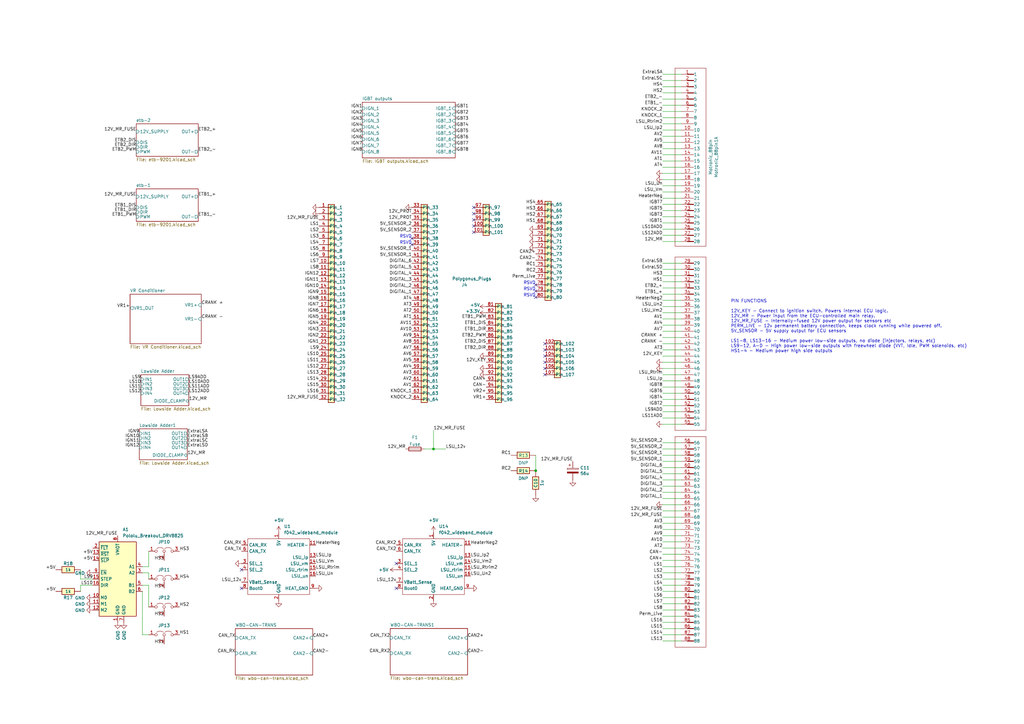
<source format=kicad_sch>
(kicad_sch (version 20230121) (generator eeschema)
  (paper "A3")
  (title_block (title "Polygonus Universal 88p") (date "2023-11-12") (rev "v1.0") (company "FutureProofPerformance.com"))
  (junction (at 219.71 193.04))
  (junction (at 177.8 184.15))
  (no_connect (at 223.52 140.97))
  (no_connect (at 162.56 241.3))
  (no_connect (at 168.91 97.79))
  (no_connect (at 194.31 95.25))
  (no_connect (at 223.52 148.59))
  (no_connect (at 194.31 87.63))
  (no_connect (at 194.31 90.17))
  (no_connect (at 162.56 231.14))
  (no_connect (at 99.06 233.68))
  (no_connect (at 223.52 143.51))
  (no_connect (at 168.91 100.33))
  (no_connect (at 194.31 92.71))
  (no_connect (at 99.06 241.3))
  (no_connect (at 223.52 153.67))
  (no_connect (at 223.52 146.05))
  (no_connect (at 223.52 151.13))
  (no_connect (at 194.31 85.09))
  (no_connect (at 219.71 116.84))
  (no_connect (at 219.71 119.38))
  (no_connect (at 219.71 121.92))
  (wire (pts (xy 271.78 184.15) (xy 279.4 184.15)))
  (wire (pts (xy 177.8 176.53) (xy 177.8 184.15)))
  (wire (pts (xy 279.4 173.99) (xy 271.78 173.99)))
  (wire (pts (xy 182.88 184.15) (xy 177.8 184.15)))
  (wire (pts (xy 271.78 245.11) (xy 279.4 245.11)))
  (wire (pts (xy 279.4 71.12) (xy 271.78 71.12)))
  (wire (pts (xy 279.4 135.89) (xy 271.78 135.89)))
  (wire (pts (xy 271.78 158.75) (xy 279.4 158.75)))
  (wire (pts (xy 279.4 133.35) (xy 271.78 133.35)))
  (wire (pts (xy 271.78 138.43) (xy 279.4 138.43)))
  (wire (pts (xy 271.78 207.01) (xy 279.4 207.01)))
  (wire (pts (xy 271.78 130.81) (xy 279.4 130.81)))
  (wire (pts (xy 271.78 60.96) (xy 279.4 60.96)))
  (wire (pts (xy 279.4 48.26) (xy 271.78 48.26)))
  (wire (pts (xy 271.78 163.83) (xy 279.4 163.83)))
  (wire (pts (xy 279.4 227.33) (xy 271.78 227.33)))
  (wire (pts (xy 279.4 237.49) (xy 271.78 237.49)))
  (wire (pts (xy 279.4 247.65) (xy 271.78 247.65)))
  (wire (pts (xy 271.78 73.66) (xy 279.4 73.66)))
  (wire (pts (xy 279.4 151.13) (xy 271.78 151.13)))
  (wire (pts (xy 60.96 240.03) (xy 60.96 248.92)))
  (wire (pts (xy 271.78 83.82) (xy 279.4 83.82)))
  (wire (pts (xy 271.78 234.95) (xy 279.4 234.95)))
  (wire (pts (xy 279.4 222.25) (xy 271.78 222.25)))
  (wire (pts (xy 60.96 234.95) (xy 60.96 237.49)))
  (wire (pts (xy 279.4 63.5) (xy 271.78 63.5)))
  (wire (pts (xy 271.78 153.67) (xy 279.4 153.67)))
  (wire (pts (xy 279.4 161.29) (xy 271.78 161.29)))
  (wire (pts (xy 271.78 55.88) (xy 279.4 55.88)))
  (wire (pts (xy 271.78 214.63) (xy 279.4 214.63)))
  (wire (pts (xy 271.78 229.87) (xy 279.4 229.87)))
  (wire (pts (xy 60.96 232.41) (xy 60.96 226.06)))
  (wire (pts (xy 279.4 242.57) (xy 271.78 242.57)))
  (wire (pts (xy 60.96 232.41) (xy 58.42 232.41)))
  (wire (pts (xy 33.02 240.03) (xy 33.02 242.57)))
  (wire (pts (xy 177.8 184.15) (xy 173.99 184.15)))
  (wire (pts (xy 271.78 224.79) (xy 279.4 224.79)))
  (wire (pts (xy 219.71 186.69) (xy 219.71 193.04)))
  (wire (pts (xy 271.78 68.58) (xy 279.4 68.58)))
  (wire (pts (xy 279.4 257.81) (xy 271.78 257.81)))
  (wire (pts (xy 279.4 96.52) (xy 271.78 96.52)))
  (wire (pts (xy 271.78 93.98) (xy 279.4 93.98)))
  (wire (pts (xy 279.4 113.03) (xy 271.78 113.03)))
  (wire (pts (xy 271.78 40.64) (xy 279.4 40.64)))
  (wire (pts (xy 271.78 88.9) (xy 279.4 88.9)))
  (wire (pts (xy 279.4 252.73) (xy 271.78 252.73)))
  (wire (pts (xy 271.78 201.93) (xy 279.4 201.93)))
  (wire (pts (xy 279.4 86.36) (xy 271.78 86.36)))
  (wire (pts (xy 271.78 38.1) (xy 279.4 38.1)))
  (wire (pts (xy 271.78 171.45) (xy 279.4 171.45)))
  (wire (pts (xy 279.4 146.05) (xy 271.78 146.05)))
  (wire (pts (xy 271.78 168.91) (xy 279.4 168.91)))
  (wire (pts (xy 271.78 219.71) (xy 279.4 219.71)))
  (wire (pts (xy 279.4 53.34) (xy 271.78 53.34)))
  (wire (pts (xy 279.4 91.44) (xy 271.78 91.44)))
  (wire (pts (xy 271.78 30.48) (xy 279.4 30.48)))
  (wire (pts (xy 279.4 123.19) (xy 271.78 123.19)))
  (wire (pts (xy 58.42 240.03) (xy 60.96 240.03)))
  (wire (pts (xy 271.78 240.03) (xy 279.4 240.03)))
  (wire (pts (xy 33.02 240.03) (xy 38.1 240.03)))
  (wire (pts (xy 271.78 45.72) (xy 279.4 45.72)))
  (wire (pts (xy 279.4 118.11) (xy 271.78 118.11)))
  (wire (pts (xy 271.78 148.59) (xy 279.4 148.59)))
  (wire (pts (xy 33.02 233.68) (xy 33.02 237.49)))
  (wire (pts (xy 279.4 262.89) (xy 271.78 262.89)))
  (wire (pts (xy 271.78 120.65) (xy 279.4 120.65)))
  (wire (pts (xy 279.4 156.21) (xy 271.78 156.21)))
  (wire (pts (xy 271.78 191.77) (xy 279.4 191.77)))
  (wire (pts (xy 271.78 35.56) (xy 279.4 35.56)))
  (wire (pts (xy 33.02 237.49) (xy 38.1 237.49)))
  (wire (pts (xy 271.78 255.27) (xy 279.4 255.27)))
  (wire (pts (xy 271.78 107.95) (xy 279.4 107.95)))
  (wire (pts (xy 271.78 181.61) (xy 279.4 181.61)))
  (wire (pts (xy 279.4 204.47) (xy 271.78 204.47)))
  (wire (pts (xy 279.4 217.17) (xy 271.78 217.17)))
  (wire (pts (xy 271.78 260.35) (xy 279.4 260.35)))
  (wire (pts (xy 279.4 58.42) (xy 271.78 58.42)))
  (wire (pts (xy 279.4 212.09) (xy 271.78 212.09)))
  (wire (pts (xy 271.78 50.8) (xy 279.4 50.8)))
  (wire (pts (xy 271.78 125.73) (xy 279.4 125.73)))
  (wire (pts (xy 271.78 196.85) (xy 279.4 196.85)))
  (wire (pts (xy 279.4 128.27) (xy 271.78 128.27)))
  (wire (pts (xy 279.4 209.55) (xy 271.78 209.55)))
  (wire (pts (xy 271.78 78.74) (xy 279.4 78.74)))
  (wire (pts (xy 279.4 66.04) (xy 271.78 66.04)))
  (wire (pts (xy 279.4 43.18) (xy 271.78 43.18)))
  (wire (pts (xy 271.78 33.02) (xy 279.4 33.02)))
  (wire (pts (xy 279.4 81.28) (xy 271.78 81.28)))
  (wire (pts (xy 271.78 250.19) (xy 279.4 250.19)))
  (wire (pts (xy 279.4 189.23) (xy 271.78 189.23)))
  (wire (pts (xy 279.4 199.39) (xy 271.78 199.39)))
  (wire (pts (xy 271.78 115.57) (xy 279.4 115.57)))
  (wire (pts (xy 279.4 194.31) (xy 271.78 194.31)))
  (wire (pts (xy 58.42 242.57) (xy 58.42 260.35)))
  (wire (pts (xy 271.78 186.69) (xy 279.4 186.69)))
  (wire (pts (xy 279.4 232.41) (xy 271.78 232.41)))
  (wire (pts (xy 279.4 140.97) (xy 271.78 140.97)))
  (wire (pts (xy 279.4 166.37) (xy 271.78 166.37)))
  (wire (pts (xy 58.42 260.35) (xy 60.96 260.35)))
  (wire (pts (xy 271.78 143.51) (xy 279.4 143.51)))
  (wire (pts (xy 271.78 110.49) (xy 279.4 110.49)))
  (wire (pts (xy 271.78 99.06) (xy 279.4 99.06)))
  (wire (pts (xy 58.42 234.95) (xy 60.96 234.95)))
  (wire (pts (xy 279.4 76.2) (xy 271.78 76.2)))
  (text "PIN FUNCTIONS\n\n12V_KEY - Connect to ignition switch. Powers internal ECU logic.\n12V_MR - Power input from the ECU-controlled main relay.\n12V_MR_FUSE - Internally-fused 12V power output for sensors etc\nPERM_LIVE - 12v permanent battery connection, keeps clock running while powered off.\n5V_SENSOR - 5V supply output for ECU sensors\n\nLS1-8, LS13-16 - Medium power low-side outputs, no diode (injectors, relays, etc)\nLS9-12, A-D - High power low-side outputs with freewheel diode (VVT, Idle, PWM solenoids, etc)\nHS1-4 - Medium power high side outputs" (at 299.72 144.78 0) (effects (font (size 1.27 1.27)) (justify left bottom)))
  (text "RSVD" (at 168.91 97.79 0) (effects (font (size 1.27 1.27)) (justify right bottom)))
  (text "RSVD" (at 219.71 121.92 0) (effects (font (size 1.27 1.27)) (justify right bottom)))
  (text "RSVD" (at 219.71 119.38 0) (effects (font (size 1.27 1.27)) (justify right bottom)))
  (text "RSVD" (at 219.71 116.84 0) (effects (font (size 1.27 1.27)) (justify right bottom)))
  (text "RSVD" (at 168.91 100.33 0) (effects (font (size 1.27 1.27)) (justify right bottom)))
  (label "HS2" (at 73.66 248.92 0))
  (label "AT3" (at 271.78 143.51 180))
  (label "CAN_RX" (at 96.52 267.97 180))
  (label "CAN_TX" (at 96.52 261.62 180))
  (label "ETB1_-" (at 81.28 88.9 0))
  (label "AT2" (at 271.78 224.79 180))
  (label "LSU_Un" (at 129.54 236.22 0))
  (label "HS3" (at 219.71 86.36 180))
  (label "LS14" (at 130.81 156.21 180))
  (label "IGBT3" (at 271.78 88.9 180))
  (label "Perm_Live" (at 219.71 114.3 180))
  (label "LSU_Ip" (at 129.54 228.6 0))
  (label "CAN+" (at 199.39 156.21 180))
  (label "IGBT4" (at 271.78 163.83 180))
  (label "AV10" (at 168.91 135.89 180))
  (label "IGN9" (at 130.81 120.65 180))
  (label "AV2" (at 168.91 156.21 180))
  (label "HeaterNeg" (at 129.54 223.52 0))
  (label "ETB2_-" (at 81.28 62.23 0))
  (label "LSU_Rtrim2" (at 193.04 233.68 0))
  (label "12V_MR_FUSE" (at 271.78 209.55 180))
  (label "CAN-" (at 271.78 227.33 180))
  (label "HS4" (at 67.31 241.3 180))
  (label "LS7" (at 130.81 107.95 180))
  (label "LS16" (at 130.81 161.29 180))
  (label "HS3" (at 73.66 226.06 0))
  (label "LSU_Un2" (at 271.78 125.73 180))
  (label "AV5" (at 271.78 58.42 180))
  (label "IGN12" (at 57.15 183.515 180))
  (label "ETB2_-" (at 271.78 40.64 180))
  (label "LS4" (at 271.78 240.03 180))
  (label "CAN_TX2" (at 160.02 261.5873 180))
  (label "HS1" (at 67.31 264.16 180))
  (label "IGBT6" (at 271.78 161.29 180))
  (label "LS2" (at 271.78 234.95 180))
  (label "LS3" (at 271.78 237.49 180))
  (label "LS11" (at 57.785 159.385 180))
  (label "DIGITAL_4" (at 271.78 196.85 180))
  (label "ExtraLSB" (at 76.835 179.705 0))
  (label "IGBT2" (at 186.69 46.99 0))
  (label "LSU_Rtrim" (at 129.54 233.68 0))
  (label "IGBT2" (at 271.78 166.37 180))
  (label "ETB2_DIR" (at 55.88 60.325 180))
  (label "CRANK +" (at 271.78 138.43 180) (effects (font italic)))
  (label "DIGITAL_1" (at 271.78 204.47 180))
  (label "LS15" (at 130.81 158.75 180))
  (label "HS1" (at 219.71 91.44 180))
  (label "AV6" (at 168.91 146.05 180))
  (label "AV4" (at 271.78 133.35 180))
  (label "ETB1_PWM" (at 55.88 88.9 180))
  (label "CRANK +" (at 82.55 125.095 0) (effects (font italic)))
  (label "CAN-" (at 199.39 158.75 180))
  (label "ExtraLSB" (at 271.78 107.95 180))
  (label "5V_SENSOR_1" (at 271.78 189.23 180))
  (label "LS9" (at 130.81 143.51 180))
  (label "RC2" (at 209.55 193.04 180))
  (label "ETB2_+" (at 81.28 53.975 0))
  (label "CAN2-" (at 128.27 267.97 0))
  (label "12V_MR" (at 166.37 184.15 180))
  (label "HeaterNeg2" (at 193.04 223.52 0))
  (label "LS8" (at 271.78 250.19 180))
  (label "LS15" (at 271.78 257.81 180))
  (label "IGN8" (at 130.81 123.19 180))
  (label "12V_MR_FUSE" (at 55.88 53.975 180))
  (label "DIGITAL_6" (at 271.78 191.77 180))
  (label "LS10" (at 38.1 240.03 180))
  (label "LS6" (at 130.81 105.41 180))
  (label "AV11" (at 168.91 133.35 180))
  (label "5V_SENSOR_2" (at 271.78 184.15 180))
  (label "LS1" (at 271.78 232.41 180))
  (label "IGBT7" (at 186.69 59.69 0))
  (label "HS1" (at 271.78 115.57 180))
  (label "ETB1_DIS" (at 199.39 133.35 180))
  (label "12V_KEY" (at 199.39 148.59 180))
  (label "AT1" (at 168.91 130.81 180))
  (label "ExtraLSC" (at 271.78 33.02 180))
  (label "AT3" (at 168.91 125.73 180))
  (label "LS13" (at 130.81 153.67 180))
  (label "LSU_12v" (at 99.06 238.76 180))
  (label "LS4" (at 130.81 100.33 180))
  (label "CAN2+" (at 219.71 104.14 180))
  (label "HS3" (at 67.31 229.87 180))
  (label "ETB1_DIR" (at 55.88 86.995 180))
  (label "LS11" (at 130.81 148.59 180))
  (label "12V_PROT" (at 168.91 87.63 180))
  (label "IGN2" (at 130.81 138.43 180))
  (label "ETB2_DIS" (at 55.88 58.42 180))
  (label "LS10" (at 130.81 146.05 180))
  (label "AV11" (at 271.78 63.5 180))
  (label "+5V" (at 38.1 227.33 180))
  (label "KNOCK_2" (at 168.91 163.83 180))
  (label "LSU_Un2" (at 193.04 236.22 0))
  (label "IGBT3" (at 186.69 49.53 0))
  (label "CAN2-" (at 191.77 267.9373 0))
  (label "HS2" (at 271.78 38.1 180))
  (label "IGN3" (at 148.59 49.53 180))
  (label "CAN_RX2" (at 162.56 223.52 180))
  (label "ETB1_DIS" (at 55.88 85.09 180))
  (label "CAN_RX2" (at 160.02 267.9373 180))
  (label "LS16" (at 271.78 255.27 180))
  (label "IGBT6" (at 186.69 57.15 0))
  (label "VR1+" (at 199.39 163.83 180))
  (label "IGN2" (at 148.59 46.99 180))
  (label "AV6" (at 271.78 217.17 180))
  (label "5V_SENSOR_1" (at 271.78 186.69 180))
  (label "12V_PROT" (at 168.91 90.17 180))
  (label "IGN8" (at 148.59 62.23 180))
  (label "LS9" (at 38.1 237.49 180))
  (label "12V_MR_FUSE" (at 55.88 80.645 180))
  (label "LS10ADD" (at 77.47 157.48 0))
  (label "LSU_Vm2" (at 193.04 231.14 0))
  (label "DIGITAL_3" (at 168.91 115.57 180))
  (label "AV3" (at 271.78 214.63 180))
  (label "LS10ADD" (at 271.78 93.98 180))
  (label "HS2" (at 67.31 252.73 180))
  (label "AV10" (at 271.78 222.25 180))
  (label "IGN5" (at 130.81 130.81 180))
  (label "LSU_Rtrim" (at 271.78 153.67 180))
  (label "KNOCK_1" (at 271.78 48.26 180))
  (label "AV9" (at 271.78 219.71 180))
  (label "IGN4" (at 130.81 133.35 180))
  (label "ETB2_PWM" (at 55.88 62.23 180))
  (label "12V_MR_FUSE" (at 130.81 90.17 180))
  (label "LS12" (at 57.785 161.29 180))
  (label "IGN7" (at 130.81 125.73 180))
  (label "LS1" (at 130.81 92.71 180))
  (label "LS12" (at 130.81 151.13 180))
  (label "12V_MR_FUSE" (at 130.81 163.83 180))
  (label "LS5" (at 271.78 242.57 180))
  (label "IGN6" (at 148.59 57.15 180))
  (label "AV1" (at 168.91 158.75 180))
  (label "LS7" (at 271.78 247.65 180))
  (label "CAN_RX" (at 99.06 223.52 180))
  (label "LSU_12v" (at 162.56 238.76 180))
  (label "IGN11" (at 130.81 115.57 180))
  (label "IGN4" (at 148.59 52.07 180))
  (label "AT1" (at 271.78 66.04 180))
  (label "RC1" (at 209.55 186.69 180))
  (label "5V_SENSOR_2" (at 168.91 92.71 180))
  (label "HS4" (at 219.71 83.82 180))
  (label "ETB1_+" (at 81.28 80.645 0))
  (label "5V_SENSOR_2" (at 168.91 95.25 180))
  (label "LSU_Rtrim2" (at 271.78 50.8 180))
  (label "IGN1" (at 148.59 44.45 180))
  (label "LS8" (at 130.81 110.49 180))
  (label "HS1" (at 73.66 260.35 0))
  (label "HS3" (at 271.78 113.03 180))
  (label "LS9ADD" (at 77.47 155.575 0))
  (label "ETB1_PWM" (at 199.39 130.81 180))
  (label "5V_SENSOR_2" (at 271.78 181.61 180))
  (label "DIGITAL_1" (at 168.91 120.65 180))
  (label "RC1" (at 219.71 109.22 180))
  (label "LSU_Vm" (at 271.78 78.74 180))
  (label "DIGITAL_2" (at 168.91 118.11 180))
  (label "CAN_TX" (at 99.06 226.06 180))
  (label "IGBT7" (at 271.78 83.82 180))
  (label "ETB2_DIR" (at 199.39 143.51 180))
  (label "IGN1" (at 130.81 140.97 180))
  (label "LSU_Vm" (at 129.54 231.14 0))
  (label "AV5" (at 168.91 148.59 180))
  (label "IGN3" (at 130.81 135.89 180))
  (label "CAN2+" (at 128.27 261.62 0))
  (label "HeaterNeg2" (at 271.78 123.19 180))
  (label "Perm_Live" (at 271.78 252.73 180))
  (label "CRANK -" (at 271.78 140.97 180) (effects (font italic)))
  (label "LS11ADD" (at 77.47 159.385 0))
  (label "IGBT8" (at 186.69 62.23 0))
  (label "IGBT5" (at 186.69 54.61 0))
  (label "AV8" (at 271.78 60.96 180))
  (label "DIGITAL_6" (at 168.91 107.95 180))
  (label "LS12ADD" (at 77.47 161.29 0))
  (label "12V_MR" (at 77.47 164.465 0))
  (label "AV8" (at 168.91 140.97 180))
  (label "DIGITAL_5" (at 271.78 194.31 180))
  (label "IGBT1" (at 271.78 91.44 180))
  (label "IGN6" (at 130.81 128.27 180))
  (label "ETB1_DIR" (at 199.39 135.89 180))
  (label "LS6" (at 271.78 245.11 180))
  (label "CRANK -" (at 82.55 130.81 0) (effects (font italic)))
  (label "LS9ADD" (at 271.78 168.91 180))
  (label "LSU_Vm2" (at 271.78 128.27 180))
  (label "LS9" (at 57.785 155.575 180))
  (label "CAN2-" (at 219.71 106.68 180))
  (label "LS3" (at 130.81 97.79 180))
  (label "LSU_Ip2" (at 193.04 228.6 0))
  (label "IGBT4" (at 186.69 52.07 0))
  (label "CAN+" (at 271.78 229.87 180))
  (label "LS13" (at 271.78 262.89 180))
  (label "ExtraLSD" (at 76.835 183.515 0))
  (label "CAN_TX2" (at 162.56 226.06 180))
  (label "LS5" (at 130.81 102.87 180))
  (label "HS4" (at 271.78 35.56 180))
  (label "+5V" (at 38.1 229.87 180))
  (label "12V_MR_FUSE" (at 177.8 176.53 0))
  (label "ETB1_+" (at 271.78 120.65 180))
  (label "LS12ADD" (at 271.78 96.52 180))
  (label "AV3" (at 168.91 153.67 180))
  (label "LS10" (at 57.785 157.48 180))
  (label "LSU_Ip2" (at 271.78 53.34 180))
  (label "KNOCK_1" (at 168.91 161.29 180))
  (label "ETB2_DIS" (at 199.39 140.97 180))
  (label "12V_KEY" (at 271.78 146.05 180))
  (label "5V_SENSOR_1" (at 168.91 105.41 180))
  (label "IGBT1" (at 186.69 44.45 0))
  (label "CAN2+" (at 191.77 261.5873 0))
  (label "ExtraLSA" (at 271.78 30.48 180))
  (label "AV7" (at 168.91 143.51 180))
  (label "LS14" (at 271.78 260.35 180))
  (label "KNOCK_2" (at 271.78 45.72 180))
  (label "ExtraLSC" (at 76.835 181.61 0))
  (label "IGN10" (at 57.15 179.705 180))
  (label "IGN7" (at 148.59 59.69 180))
  (label "ETB2_+" (at 271.78 118.11 180))
  (label "AV7" (at 271.78 135.89 180))
  (label "LS2" (at 130.81 95.25 180))
  (label "IGN9" (at 57.15 177.8 180))
  (label "LS11ADD" (at 271.78 171.45 180))
  (label "LSU_12v" (at 182.88 184.15 0))
  (label "IGN10" (at 130.81 118.11 180))
  (label "IGBT8" (at 271.78 158.75 180))
  (label "12V_MR" (at 76.835 186.69 0))
  (label "IGN11" (at 57.15 181.61 180))
  (label "12V_MR_FUSE" (at 271.78 212.09 180))
  (label "DIGITAL_4" (at 168.91 113.03 180))
  (label "AV9" (at 168.91 138.43 180))
  (label "ExtraLSA" (at 76.835 177.8 0))
  (label "IGBT5" (at 271.78 86.36 180))
  (label "+5V" (at 22.86 233.68 180))
  (label "IGN12" (at 130.81 113.03 180))
  (label "12V_MR_FUSE" (at 234.95 189.23 180))
  (label "ETB2_PWM" (at 199.39 138.43 180))
  (label "LSU_Un" (at 271.78 76.2 180))
  (label "+5V" (at 22.86 242.57 180))
  (label "ExtraLSD" (at 271.78 110.49 180))
  (label "LSU_Ip" (at 271.78 156.21 180))
  (label "HS2" (at 219.71 88.9 180))
  (label "DIGITAL_2" (at 271.78 201.93 180))
  (label "AT4" (at 271.78 68.58 180))
  (label "HeaterNeg" (at 271.78 81.28 180))
  (label "IGN5" (at 148.59 54.61 180))
  (label "VR2+" (at 199.39 161.29 180))
  (label "12V_MR_FUSE" (at 48.26 219.71 180))
  (label "VR1+" (at 53.34 126.365 180))
  (label "AT4" (at 168.91 123.19 180))
  (label "5V_SENSOR_1" (at 168.91 102.87 180))
  (label "AT2" (at 168.91 128.27 180))
  (label "DIGITAL_3" (at 271.78 199.39 180))
  (label "DIGITAL_5" (at 168.91 110.49 180))
  (label "HS4" (at 73.66 237.49 0))
  (label "AV4" (at 168.91 151.13 180))
  (label "12V_MR" (at 271.78 99.06 180))
  (label "AV1" (at 271.78 130.81 180))
  (label "ETB1_-" (at 271.78 43.18 180))
  (label "AV2" (at 271.78 55.88 180))
  (label "RC2" (at 219.71 111.76 180))
  (symbol (lib_name "GND_1") (lib_id "power:GND") (at 219.71 96.52 270) (unit 1)
    (property "Reference" "#PWR013" (effects hide))
    (property "Value" "GND" (effects hide))
  )
  (symbol (lib_name "GND_1") (lib_id "power:GND") (at 271.78 148.59 270) (unit 1)
    (property "Reference" "#PWR070" (effects hide))
    (property "Value" "GND" (effects hide))
  )
  (symbol (lib_name "GND_1") (lib_id "power:GND") (at 130.81 85.09 270) (unit 1)
    (property "Reference" "#PWR01" (effects hide))
    (property "Value" "GND" (effects hide))
  )
  (symbol (lib_id "simon rusefi:176122-6_Open_Bosch_88pin") (at 279.4 30.48 270) (unit 1)
    (property "Reference" "Motronic_88pin1" (at 293.751 64.4398 0))
    (property "Value" "Motronic_88pin" (at 291.4396 64.4398 0))
    (property "Footprint" "Simon:88Pin Motronic BMW" (effects hide))
    (property "Datasheet" "DOCUMENTATION" (effects hide))
  )
  (symbol (lib_name "GND_1") (lib_id "power:GND") (at 219.71 203.2 0) (unit 1)
    (property "Reference" "#PWR068" (effects hide))
    (property "Value" "GND" (effects hide))
  )
  (symbol (lib_name "GND_1") (lib_id "power:GND") (at 199.39 146.05 270) (unit 1)
    (property "Reference" "#PWR077" (effects hide))
    (property "Value" "GND" (effects hide))
  )
  (symbol (lib_id "hellen-one-common:Res") (at 219.71 186.69 0) (mirror y) (unit 1)
    (property "Reference" "R13" (at 214.6586 186.8088 0))
    (property "Value" "DNP" (at 214.63 189.8585 0))
    (property "Footprint" "Resistor_SMD:R_0805_2012Metric" (effects hide))
    (property "LCSC" "DNP" (effects hide))
  )
  (symbol (lib_name "GND_1") (lib_id "power:GND") (at 99.06 231.14 270) (unit 1)
    (property "Reference" "#PWR022" (effects hide))
    (property "Value" "GND" (effects hide))
  )
  (symbol (lib_name "GND_1") (lib_id "power:GND") (at 177.8 246.38 0) (unit 1)
    (property "Reference" "#PWR03" (effects hide))
    (property "Value" "GND" (effects hide))
  )
  (symbol (lib_id "hellen-one-common:Res") (at 219.71 193.04 90) (mirror x) (unit 1)
    (property "Reference" "C10" (at 219.71 198.12 0))
    (property "Value" "1u" (at 222.25 198.12 0))
    (property "Footprint" "Capacitor_SMD:C_0805_2012Metric" (effects hide))
    (property "LCSC" "DNP" (effects hide))
  )
  (symbol (lib_name "GND_1") (lib_id "power:GND") (at 199.39 151.13 270) (unit 1)
    (property "Reference" "#PWR011" (effects hide))
    (property "Value" "GND" (effects hide))
  )
  (symbol (lib_id "power:GND") (at 38.1 247.65 270) (unit 1)
    (property "Reference" "#PWR093" (effects hide))
    (property "Value" "GND" (at 34.8488 247.777 90) (effects (justify right)))
  )
  (symbol (lib_id "Jumper:Jumper_3_Open") (at 67.31 260.35 0) (unit 1)
    (property "Reference" "JP13" (at 67.31 256.54 0))
    (property "Value" "Jumper_3_Open" (effects hide))
    (property "Footprint" "Jumper:SolderJumper-3_P2.0mm_Open_TrianglePad1.0x1.5mm" (effects hide))
  )
  (symbol (lib_id "power:+3.3V") (at 199.39 128.27 90) (unit 1)
    (property "Reference" "#PWR039" (effects hide))
    (property "Value" "+3.3V" (at 196.85 127.635 90) (effects (justify left)))
  )
  (symbol (lib_id "Jumper:Jumper_3_Open") (at 67.31 248.92 0) (unit 1)
    (property "Reference" "JP12" (at 67.31 245.11 0))
    (property "Value" "Jumper_3_Open" (effects hide))
    (property "Footprint" "Jumper:SolderJumper-3_P2.0mm_Open_TrianglePad1.0x1.5mm" (effects hide))
  )
  (symbol (lib_id "power:+5V") (at 114.3 218.44 0) (unit 1)
    (property "Reference" "#PWR067" (effects hide))
    (property "Value" "+5V" (at 114.3 213.36 0))
  )
  (symbol (lib_name "GND_1") (lib_id "power:GND") (at 114.3 246.38 0) (unit 1)
    (property "Reference" "#PWR04" (effects hide))
    (property "Value" "GND" (effects hide))
  )
  (symbol (lib_id "power:+5V") (at 199.39 125.73 90) (unit 1)
    (property "Reference" "#PWR038" (effects hide))
    (property "Value" "+5V" (at 196.85 125.095 90) (effects (justify left)))
  )
  (symbol (lib_id "power:GND") (at 38.1 250.19 270) (unit 1)
    (property "Reference" "#PWR094" (effects hide))
    (property "Value" "GND" (at 34.8488 250.317 90) (effects (justify right)))
  )
  (symbol (lib_name "GND_1") (lib_id "power:GND") (at 271.78 73.66 270) (unit 1)
    (property "Reference" "#PWR075" (effects hide))
    (property "Value" "GND" (effects hide))
  )
  (symbol (lib_id "power:GND") (at 48.26 255.27 0) (unit 1)
    (property "Reference" "#PWR095" (effects hide))
    (property "Value" "GND" (at 48.387 258.5212 90) (effects (justify right)))
  )
  (symbol (lib_name "GND_1") (lib_id "power:GND") (at 219.71 101.6 270) (unit 1)
    (property "Reference" "#PWR015" (effects hide))
    (property "Value" "GND" (effects hide))
  )
  (symbol (lib_id "Wideband:f042_wideband_module") (at 177.8 232.41 0) (unit 1)
    (property "Reference" "U14" (at 179.9941 215.9 0) (effects (justify left)))
    (property "Value" "f042_wideband_module" (at 179.9941 218.44 0) (effects (justify left)))
    (property "Footprint" "wideband_module:f042_wideband_module" (effects hide))
  )
  (symbol (lib_id "Jumper:Jumper_3_Open") (at 67.31 226.06 0) (unit 1)
    (property "Reference" "JP10" (at 67.31 222.25 0))
    (property "Value" "Jumper_3_Open" (effects hide))
    (property "Footprint" "Jumper:SolderJumper-3_P2.0mm_Open_TrianglePad1.0x1.5mm" (effects hide))
  )
  (symbol (lib_name "GND_1") (lib_id "power:GND") (at 168.91 85.09 270) (unit 1)
    (property "Reference" "#PWR07" (effects hide))
    (property "Value" "GND" (effects hide))
  )
  (symbol (lib_id "power:GND") (at 38.1 234.95 270) (unit 1)
    (property "Reference" "#PWR076" (effects hide))
    (property "Value" "GND" (at 34.8488 235.077 90) (effects (justify right)))
  )
  (symbol (lib_name "GND_1") (lib_id "power:GND") (at 199.39 153.67 270) (unit 1)
    (property "Reference" "#PWR010" (effects hide))
    (property "Value" "GND" (effects hide))
  )
  (symbol (lib_id "Wideband:f042_wideband_module") (at 114.3 232.41 0) (unit 1)
    (property "Reference" "U1" (at 116.4941 215.9 0) (effects (justify left)))
    (property "Value" "f042_wideband_module" (at 116.4941 218.44 0) (effects (justify left)))
    (property "Footprint" "wideband_module:f042_wideband_module" (effects hide))
  )
  (symbol (lib_id "Simon:Polygonus-With-USB-SWD") (at 170.18 120.65 0) (unit 1)
    (property "Reference" "J4" (at 189.23 116.84 0) (effects (justify left)))
    (property "Value" "Polygonus_Plugs" (at 185.42 114.3 0) (effects (justify left)))
    (property "Footprint" "Simon:Polygonus-With-USB-SWD" (effects hide))
  )
  (symbol (lib_name "GND_1") (lib_id "power:GND") (at 193.04 241.3 90) (unit 1)
    (property "Reference" "#PWR06" (effects hide))
    (property "Value" "GND" (effects hide))
  )
  (symbol (lib_name "GND_1") (lib_id "power:GND") (at 219.71 99.06 270) (unit 1)
    (property "Reference" "#PWR014" (effects hide))
    (property "Value" "GND" (effects hide))
  )
  (symbol (lib_id "Device:CP") (at 234.95 193.04 0) (unit 1)
    (property "Reference" "C11" (at 237.9472 191.8716 0) (effects (justify left)))
    (property "Value" "56u" (at 237.9472 194.183 0) (effects (justify left)))
    (property "Footprint" "Capacitor_THT:CP_Radial_D8.0mm_P3.50mm" (effects hide))
    (property "PN" "EEH-AZF1H560B" (effects hide))
    (property "LCSC" "N/A" (effects hide))
  )
  (symbol (lib_name "GND_1") (lib_id "power:GND") (at 130.81 87.63 270) (unit 1)
    (property "Reference" "#PWR02" (effects hide))
    (property "Value" "GND" (effects hide))
  )
  (symbol (lib_id "Device:Fuse") (at 170.18 184.15 90) (unit 1)
    (property "Reference" "F1" (at 170.18 179.4215 90))
    (property "Value" "Fuse" (at 170.18 182.1966 90))
    (property "Footprint" "Fuse:Fuseholder_Blade_Mini_Keystone_3568" (effects hide))
    (property "LCSC" "C5249699" (effects hide))
  )
  (symbol (lib_id "Driver_Motor:Pololu_Breakout_DRV8825") (at 48.26 234.95 0) (unit 1)
    (property "Reference" "A1" (at 50.2794 217.17 0) (effects (justify left)))
    (property "Value" "Pololu_Breakout_DRV8825" (at 50.2794 219.71 0) (effects (justify left)))
    (property "Footprint" "Module:Pololu_Breakout-16_15.2x20.3mm" (effects hide))
    (property "Datasheet" "https://www.pololu.com/product/2982" (effects hide))
  )
  (symbol (lib_id "Jumper:Jumper_3_Open") (at 67.31 237.49 0) (unit 1)
    (property "Reference" "JP11" (at 67.31 233.68 0))
    (property "Value" "Jumper_3_Open" (effects hide))
    (property "Footprint" "Jumper:SolderJumper-3_P2.0mm_Open_TrianglePad1.0x1.5mm" (effects hide))
  )
  (symbol (lib_id "power:GND") (at 50.8 255.27 0) (unit 1)
    (property "Reference" "#PWR096" (effects hide))
    (property "Value" "GND" (at 50.927 258.5212 90) (effects (justify right)))
  )
  (symbol (lib_id "power:GND") (at 38.1 245.11 270) (unit 1)
    (property "Reference" "#PWR092" (effects hide))
    (property "Value" "GND" (at 34.8488 245.237 90) (effects (justify right)))
  )
  (symbol (lib_name "GND_1") (lib_id "power:GND") (at 271.78 71.12 270) (unit 1)
    (property "Reference" "#PWR073" (effects hide))
    (property "Value" "GND" (effects hide))
  )
  (symbol (lib_id "power:+5V") (at 177.8 218.44 0) (unit 1)
    (property "Reference" "#PWR0114" (effects hide))
    (property "Value" "+5V" (at 177.8 213.36 0))
  )
  (symbol (lib_id "hellen-one-common:Res") (at 33.02 233.68 0) (mirror y) (unit 1)
    (property "Reference" "R18" (at 27.94 231.14 0))
    (property "Value" "1k" (at 27.94 233.68 0))
    (property "Footprint" "Resistor_SMD:R_0805_2012Metric" (effects hide))
    (property "LCSC" "C21190" (effects hide))
  )
  (symbol (lib_name "GND_1") (lib_id "power:GND") (at 271.78 151.13 270) (unit 1)
    (property "Reference" "#PWR074" (effects hide))
    (property "Value" "GND" (effects hide))
  )
  (symbol (lib_name "GND_1") (lib_id "power:GND") (at 271.78 173.99 270) (unit 1)
    (property "Reference" "#PWR071" (effects hide))
    (property "Value" "GND" (effects hide))
  )
  (symbol (lib_name "GND_1") (lib_id "power:GND") (at 271.78 207.01 270) (unit 1)
    (property "Reference" "#PWR072" (effects hide))
    (property "Value" "GND" (effects hide))
  )
  (symbol (lib_name "GND_1") (lib_id "power:GND") (at 219.71 93.98 270) (unit 1)
    (property "Reference" "#PWR012" (effects hide))
    (property "Value" "GND" (effects hide))
  )
  (symbol (lib_id "hellen-one-common:Res") (at 219.71 193.04 0) (mirror y) (unit 1)
    (property "Reference" "R14" (at 214.6586 193.1588 0))
    (property "Value" "DNP" (at 214.63 196.2085 0))
    (property "Footprint" "Resistor_SMD:R_0805_2012Metric" (effects hide))
    (property "LCSC" "DNP" (effects hide))
  )
  (symbol (lib_name "GND_1") (lib_id "power:GND") (at 234.95 196.85 0) (unit 1)
    (property "Reference" "#PWR069" (effects hide))
    (property "Value" "GND" (effects hide))
  )
  (symbol (lib_id "hellen-one-common:Res") (at 22.86 242.57 0) (mirror x) (unit 1)
    (property "Reference" "R17" (at 27.94 245.11 0))
    (property "Value" "1k" (at 27.94 242.57 0))
    (property "Footprint" "Resistor_SMD:R_0805_2012Metric" (effects hide))
    (property "LCSC" "C21190" (effects hide))
  )
  (symbol (lib_name "GND_1") (lib_id "power:GND") (at 129.54 241.3 90) (unit 1)
    (property "Reference" "#PWR05" (effects hide))
    (property "Value" "GND" (effects hide))
  )
  (symbol (lib_id "power:+5V") (at 162.56 233.68 90) (unit 1)
    (property "Reference" "#PWR0113" (effects hide))
    (property "Value" "+5V" (at 159.385 233.68 90) (effects (justify left)))
  )
  (sheet (at 160.02 257.7773) (size 31.75 19.05) (stroke (width 0.1524))
    (property "Sheetname" "WBO-CAN-TRANS1" (at 160.02 257.0657 0) (effects (justify left bottom)))
    (property "Sheetfile" "wbo-can-trans.kicad_sch" (at 160.02 277.4119 0) (effects (justify left top)))
    (pin "CAN_TX" input (at 160.02 261.5873 180))
    (pin "CAN_RX" input (at 160.02 267.9373 180))
    (pin "CAN2+" input (at 191.77 261.5873 0))
    (pin "CAN2-" input (at 191.77 267.9373 0))
  )
  (sheet (at 96.52 257.81) (size 31.75 19.05) (stroke (width 0.1524))
    (property "Sheetname" "WBO-CAN-TRANS" (at 96.52 257.0984 0) (effects (justify left bottom)))
    (property "Sheetfile" "wbo-can-trans.kicad_sch" (at 96.52 277.4446 0) (effects (justify left top)))
    (pin "CAN_TX" input (at 96.52 261.62 180))
    (pin "CAN_RX" input (at 96.52 267.97 180))
    (pin "CAN2+" input (at 128.27 261.62 0))
    (pin "CAN2-" input (at 128.27 267.97 0))
  )
  (sheet (at 57.15 175.895) (size 19.685 12.7)
    (property "Sheetname" "Lowside Adder1" (at 57.15 175.1834 0) (effects (justify left bottom)))
    (property "Sheetfile" "Lowside Adder.kicad_sch" (at 57.15 189.1796 0) (effects (justify left top)))
    (pin "OUT1" output (at 76.835 177.8 0))
    (pin "OUT2" output (at 76.835 179.705 0))
    (pin "IN1" input (at 57.15 177.8 180))
    (pin "IN2" input (at 57.15 179.705 180))
    (pin "OUT3" output (at 76.835 181.61 0))
    (pin "OUT4" output (at 76.835 183.515 0))
    (pin "IN3" input (at 57.15 181.61 180))
    (pin "IN4" input (at 57.15 183.515 180))
    (pin "DIODE_CLAMP" bidirectional (at 76.835 186.69 0))
  )
  (sheet (at 148.59 41.91) (size 38.1 22.86) (stroke (width 0.1524))
    (property "Sheetname" "IGBT outputs" (at 148.59 41.1984 0) (effects (justify left bottom)))
    (property "Sheetfile" "IGBT outputs.kicad_sch" (at 148.59 65.3546 0) (effects (justify left top)))
    (pin "IGN_3" input (at 148.59 49.53 180))
    (pin "IGBT_1" input (at 186.69 44.45 0))
    (pin "IGBT_3" input (at 186.69 49.53 0))
    (pin "IGN_1" input (at 148.59 44.45 180))
    (pin "IGBT_4" input (at 186.69 52.07 0))
    (pin "IGN_4" input (at 148.59 52.07 180))
    (pin "IGBT_2" input (at 186.69 46.99 0))
    (pin "IGBT_6" input (at 186.69 57.15 0))
    (pin "IGN_6" input (at 148.59 57.15 180))
    (pin "IGBT_5" input (at 186.69 54.61 0))
    (pin "IGN_5" input (at 148.59 54.61 180))
    (pin "IGBT_8" input (at 186.69 62.23 0))
    (pin "IGBT_7" input (at 186.69 59.69 0))
    (pin "IGN_2" input (at 148.59 46.99 180))
    (pin "IGN_8" input (at 148.59 62.23 180))
    (pin "IGN_7" input (at 148.59 59.69 180))
  )
  (sheet (at 53.34 120.65) (size 29.21 20.32)
    (property "Sheetname" "VR Conditioner" (at 53.34 119.9384 0) (effects (justify left bottom)))
    (property "Sheetfile" "VR Conditioner.kicad_sch" (at 53.34 141.5546 0) (effects (justify left top)))
    (pin "VR1+" input (at 82.55 125.095 0))
    (pin "VR1-" input (at 82.55 130.81 0))
    (pin "VR1_OUT" output (at 53.34 126.365 180))
  )
  (sheet (at 55.88 77.47) (size 25.4 13.335)
    (property "Sheetname" "etb-1" (at 55.88 76.7584 0) (effects (justify left bottom)))
    (property "Sheetfile" "etb-9201.kicad_sch" (at 55.88 91.3896 0) (effects (justify left top)))
    (pin "12V_SUPPLY" input (at 55.88 80.645 180))
    (pin "OUT+" output (at 81.28 80.645 0))
    (pin "OUT-" output (at 81.28 88.9 0))
    (pin "DIS" input (at 55.88 85.09 180))
    (pin "DIR" input (at 55.88 86.995 180))
    (pin "PWM" input (at 55.88 88.9 180))
  )
  (sheet (at 57.785 153.67) (size 19.685 12.7)
    (property "Sheetname" "Lowside Adder" (at 57.785 152.9584 0) (effects (justify left bottom)))
    (property "Sheetfile" "Lowside Adder.kicad_sch" (at 57.785 166.9546 0) (effects (justify left top)))
    (pin "OUT1" output (at 77.47 155.575 0))
    (pin "OUT2" output (at 77.47 157.48 0))
    (pin "IN1" input (at 57.785 155.575 180))
    (pin "IN2" input (at 57.785 157.48 180))
    (pin "OUT3" output (at 77.47 159.385 0))
    (pin "OUT4" output (at 77.47 161.29 0))
    (pin "IN3" input (at 57.785 159.385 180))
    (pin "IN4" input (at 57.785 161.29 180))
    (pin "DIODE_CLAMP" bidirectional (at 77.47 164.465 0))
  )
  (sheet (at 55.88 50.8) (size 25.4 13.335)
    (property "Sheetname" "etb-2" (at 55.88 50.0884 0) (effects (justify left bottom)))
    (property "Sheetfile" "etb-9201.kicad_sch" (at 55.88 64.7196 0) (effects (justify left top)))
    (pin "12V_SUPPLY" input (at 55.88 53.975 180))
    (pin "OUT+" output (at 81.28 53.975 0))
    (pin "OUT-" output (at 81.28 62.23 0))
    (pin "DIS" input (at 55.88 58.42 180))
    (pin "DIR" input (at 55.88 60.325 180))
    (pin "PWM" input (at 55.88 62.23 180))
  )
)
</source>
